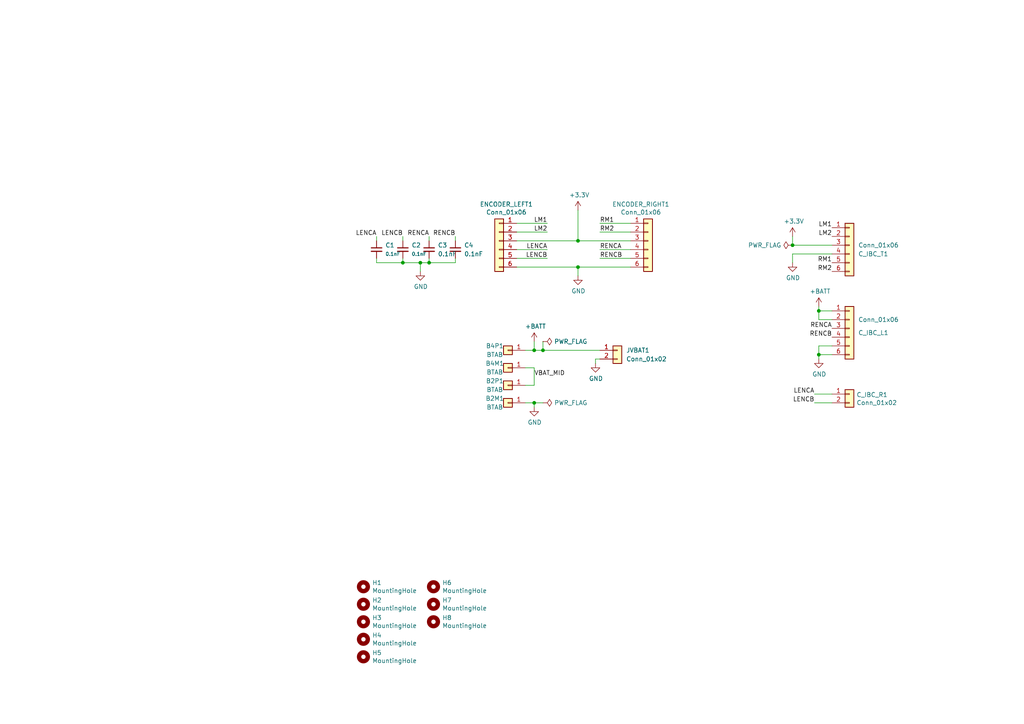
<source format=kicad_sch>
(kicad_sch (version 20250114) (generator "eeschema") (generator_version "9.0")
  (paper "A4")
  (lib_symbols
    (symbol "Connector_Generic:Conn_01x01" (pin_names (offset 1.016) (hide yes))
      (property "Reference" "J" (at 0 2.54 0))
      (property "Value" "Conn_01x01" (at 0 -2.54 0))
      (symbol "Conn_01x01_1_1"
        (rectangle (start -1.27 1.27) (end 1.27 -1.27) (stroke (width 0.254)) (fill (type background)))
        (rectangle (start -1.27 0.127) (end 0 -0.127) (stroke (width 0.1524)))
        (pin passive line (at -5.08 0 0) (length 3.81) (name "Pin_1") (number "1"))
      )
    )
    (symbol "Connector_Generic:Conn_01x02" (pin_names (offset 1.016) (hide yes))
      (property "Reference" "J" (at 0 2.54 0))
      (property "Value" "Conn_01x02" (at 0 -5.08 0))
      (symbol "Conn_01x02_1_1"
        (rectangle (start -1.27 1.27) (end 1.27 -3.81) (stroke (width 0.254)) (fill (type background)))
        (rectangle (start -1.27 0.127) (end 0 -0.127) (stroke (width 0.1524)))
        (rectangle (start -1.27 -2.413) (end 0 -2.667) (stroke (width 0.1524)))
        (pin passive line (at -5.08 0 0) (length 3.81) (name "Pin_1") (number "1"))
        (pin passive line (at -5.08 -2.54 0) (length 3.81) (name "Pin_2") (number "2"))
      )
    )
    (symbol "Connector_Generic:Conn_01x06" (pin_names (offset 1.016) (hide yes))
      (property "Reference" "J" (at 0 7.62 0))
      (property "Value" "Conn_01x06" (at 0 -10.16 0))
      (symbol "Conn_01x06_1_1"
        (rectangle (start -1.27 6.35) (end 1.27 -8.89) (stroke (width 0.254)) (fill (type background)))
        (rectangle (start -1.27 5.207) (end 0 4.953) (stroke (width 0.1524)))
        (rectangle (start -1.27 2.667) (end 0 2.413) (stroke (width 0.1524)))
        (rectangle (start -1.27 0.127) (end 0 -0.127) (stroke (width 0.1524)))
        (rectangle (start -1.27 -2.413) (end 0 -2.667) (stroke (width 0.1524)))
        (rectangle (start -1.27 -4.953) (end 0 -5.207) (stroke (width 0.1524)))
        (rectangle (start -1.27 -7.493) (end 0 -7.747) (stroke (width 0.1524)))
        (pin passive line (at -5.08 5.08 0) (length 3.81) (name "Pin_1") (number "1"))
        (pin passive line (at -5.08 2.54 0) (length 3.81) (name "Pin_2") (number "2"))
        (pin passive line (at -5.08 0 0) (length 3.81) (name "Pin_3") (number "3"))
        (pin passive line (at -5.08 -2.54 0) (length 3.81) (name "Pin_4") (number "4"))
        (pin passive line (at -5.08 -5.08 0) (length 3.81) (name "Pin_5") (number "5"))
        (pin passive line (at -5.08 -7.62 0) (length 3.81) (name "Pin_6") (number "6"))
      )
    )
    (symbol "Device:C_Small" (pin_numbers (hide yes)) (pin_names (offset 0.254) (hide yes))
      (property "Reference" "C" (at 0.254 1.778 0))
      (property "Value" "C_Small" (at 0.254 -2.032 0))
      (symbol "C_Small_0_1"
        (polyline (pts (xy -1.524 0.508) (xy 1.524 0.508)) (stroke (width 0.3048)))
        (polyline (pts (xy -1.524 -0.508) (xy 1.524 -0.508)) (stroke (width 0.3302)))
      )
      (symbol "C_Small_1_1"
        (pin passive line (at 0 2.54 270) (length 2.032) (name "~") (number "1"))
        (pin passive line (at 0 -2.54 90) (length 2.032) (name "~") (number "2"))
      )
    )
    (symbol "Mechanical:MountingHole" (pin_names (offset 1.016))
      (property "Reference" "H" (at 0 5.08 0))
      (property "Value" "MountingHole" (at 0 3.175 0))
      (symbol "MountingHole_0_1"
        (circle (center 0 0) (radius 1.27) (stroke (width 1.27)))
      )
    )
    (symbol "power:+3.3V" (power) (pin_names (offset 0))
      (property "Value" "+3.3V" (at 0 3.556 0))
      (symbol "+3.3V_0_1"
        (polyline (pts (xy -0.762 1.27) (xy 0 2.54)))
        (polyline (pts (xy 0 2.54) (xy 0.762 1.27)))
        (polyline (pts (xy 0 0) (xy 0 2.54)))
      )
      (symbol "+3.3V_1_1"
        (pin power_in line (at 0 0 90) (length 0) (hide yes) (name "+3.3V") (number "1"))
      )
    )
    (symbol "power:+BATT" (power) (pin_names (offset 0))
      (property "Value" "+BATT" (at 0 3.556 0))
      (symbol "+BATT_0_1"
        (polyline (pts (xy -0.762 1.27) (xy 0 2.54)))
        (polyline (pts (xy 0 2.54) (xy 0.762 1.27)))
        (polyline (pts (xy 0 0) (xy 0 2.54)))
      )
      (symbol "+BATT_1_1"
        (pin power_in line (at 0 0 90) (length 0) (hide yes) (name "+BATT") (number "1"))
      )
    )
    (symbol "power:GND" (power) (pin_names (offset 0))
      (property "Value" "GND" (at 0 -3.81 0))
      (symbol "GND_0_1"
        (polyline (pts (xy 0 0) (xy 0 -1.27) (xy 1.27 -1.27) (xy 0 -2.54) (xy -1.27 -1.27) (xy 0 -1.27)))
      )
      (symbol "GND_1_1"
        (pin power_in line (at 0 0 270) (length 0) (hide yes) (name "GND") (number "1"))
      )
    )
    (symbol "power:PWR_FLAG" (power) (pin_numbers (hide yes)) (pin_names (offset 0) (hide yes))
      (property "Value" "PWR_FLAG" (at 0 3.81 0))
      (symbol "PWR_FLAG_0_0"
        (pin power_out line (at 0 0 90) (length 0) (name "pwr") (number "1"))
      )
      (symbol "PWR_FLAG_0_1"
        (polyline (pts (xy 0 0) (xy 0 1.27) (xy -1.016 1.905) (xy 0 2.54) (xy 1.016 1.905) (xy 0 1.27)))
      )
    )
  )
  (junction (at 124.46 76.2))
  (junction (at 237.49 102.87))
  (junction (at 154.94 101.6))
  (junction (at 167.64 77.47))
  (junction (at 237.49 90.17))
  (junction (at 229.87 71.12))
  (junction (at 167.64 69.85))
  (junction (at 157.48 101.6))
  (junction (at 154.94 116.84))
  (junction (at 116.84 76.2))
  (junction (at 121.92 76.2))
  (wire (pts (xy 173.99 64.77) (xy 182.88 64.77)))
  (wire (pts (xy 152.4 101.6) (xy 154.94 101.6)))
  (wire (pts (xy 116.84 68.58) (xy 116.84 69.85)))
  (wire (pts (xy 109.22 76.2) (xy 116.84 76.2)))
  (wire (pts (xy 132.08 74.93) (xy 132.08 76.2)))
  (wire (pts (xy 116.84 74.93) (xy 116.84 76.2)))
  (wire (pts (xy 236.22 116.84) (xy 241.3 116.84)))
  (wire (pts (xy 241.3 100.33) (xy 237.49 100.33)))
  (wire (pts (xy 173.99 74.93) (xy 182.88 74.93)))
  (wire (pts (xy 149.86 74.93) (xy 158.75 74.93)))
  (wire (pts (xy 154.94 116.84) (xy 157.48 116.84)))
  (wire (pts (xy 132.08 76.2) (xy 124.46 76.2)))
  (wire (pts (xy 241.3 114.3) (xy 236.22 114.3)))
  (wire (pts (xy 157.48 101.6) (xy 173.99 101.6)))
  (wire (pts (xy 149.86 67.31) (xy 158.75 67.31)))
  (wire (pts (xy 241.3 102.87) (xy 237.49 102.87)))
  (wire (pts (xy 154.94 116.84) (xy 154.94 118.11)))
  (wire (pts (xy 167.64 60.96) (xy 167.64 69.85)))
  (wire (pts (xy 149.86 77.47) (xy 167.64 77.47)))
  (wire (pts (xy 167.64 69.85) (xy 182.88 69.85)))
  (wire (pts (xy 157.48 99.06) (xy 157.48 101.6)))
  (wire (pts (xy 229.87 71.12) (xy 229.87 68.58)))
  (wire (pts (xy 124.46 76.2) (xy 121.92 76.2)))
  (wire (pts (xy 241.3 90.17) (xy 237.49 90.17)))
  (wire (pts (xy 157.48 101.6) (xy 154.94 101.6)))
  (wire (pts (xy 173.99 72.39) (xy 182.88 72.39)))
  (wire (pts (xy 149.86 72.39) (xy 158.75 72.39)))
  (wire (pts (xy 154.94 106.68) (xy 152.4 106.68)))
  (wire (pts (xy 172.72 104.14) (xy 173.99 104.14)))
  (wire (pts (xy 229.87 71.12) (xy 241.3 71.12)))
  (wire (pts (xy 237.49 90.17) (xy 237.49 92.71)))
  (wire (pts (xy 152.4 111.76) (xy 154.94 111.76)))
  (wire (pts (xy 132.08 68.58) (xy 132.08 69.85)))
  (wire (pts (xy 109.22 68.58) (xy 109.22 69.85)))
  (wire (pts (xy 152.4 116.84) (xy 154.94 116.84)))
  (wire (pts (xy 154.94 111.76) (xy 154.94 106.68)))
  (wire (pts (xy 173.99 67.31) (xy 182.88 67.31)))
  (wire (pts (xy 124.46 74.93) (xy 124.46 76.2)))
  (wire (pts (xy 149.86 64.77) (xy 158.75 64.77)))
  (wire (pts (xy 229.87 76.2) (xy 229.87 73.66)))
  (wire (pts (xy 149.86 69.85) (xy 167.64 69.85)))
  (wire (pts (xy 237.49 92.71) (xy 241.3 92.71)))
  (wire (pts (xy 237.49 88.9) (xy 237.49 90.17)))
  (wire (pts (xy 237.49 102.87) (xy 237.49 104.14)))
  (wire (pts (xy 154.94 101.6) (xy 154.94 99.06)))
  (wire (pts (xy 167.64 77.47) (xy 182.88 77.47)))
  (wire (pts (xy 109.22 74.93) (xy 109.22 76.2)))
  (wire (pts (xy 116.84 76.2) (xy 121.92 76.2)))
  (wire (pts (xy 121.92 76.2) (xy 121.92 78.74)))
  (wire (pts (xy 172.72 105.41) (xy 172.72 104.14)))
  (wire (pts (xy 124.46 68.58) (xy 124.46 69.85)))
  (wire (pts (xy 237.49 100.33) (xy 237.49 102.87)))
  (wire (pts (xy 229.87 73.66) (xy 241.3 73.66)))
  (wire (pts (xy 167.64 80.01) (xy 167.64 77.47)))
  (label "LM2" (at 241.3 68.58 180))
  (label "RM1" (at 173.99 64.77 0))
  (label "LENCA" (at 236.22 114.3 180))
  (label "RM1" (at 241.3 76.2 180))
  (label "RM2" (at 173.99 67.31 0))
  (label "LM1" (at 158.75 64.77 180))
  (label "RENCB" (at 173.99 74.93 0))
  (label "LM2" (at 158.75 67.31 180))
  (label "LENCB" (at 236.22 116.84 180))
  (label "RM2" (at 241.3 78.74 180))
  (label "LENCB" (at 116.84 68.58 180))
  (label "RENCA" (at 124.46 68.58 180))
  (label "VBAT_MID" (at 154.94 109.22 0))
  (label "LM1" (at 241.3 66.04 180))
  (label "LENCA" (at 158.75 72.39 180))
  (label "RENCB" (at 132.08 68.58 180))
  (label "LENCA" (at 109.22 68.58 180))
  (label "RENCA" (at 241.3 95.25 180))
  (label "RENCB" (at 241.3 97.79 180))
  (label "RENCA" (at 173.99 72.39 0))
  (label "LENCB" (at 158.75 74.93 180))
  (symbol (lib_id "Connector_Generic:Conn_01x06") (at 144.78 69.85 0) (mirror y) (unit 1)
    (property "Reference" "ENCODER_LEFT1" (at 146.8628 59.2582 0))
    (property "Value" "Conn_01x06" (at 146.8628 61.5696 0))
    (property "Footprint" "Connector_PinHeader_2.54mm:PinHeader_1x06_P2.54mm_Vertical" (effects (hide yes)))
  )
  (symbol (lib_id "Connector_Generic:Conn_01x06") (at 246.38 71.12 0) (unit 1)
    (property "Reference" "C_IBC_T1" (at 248.92 73.66 0) (effects (justify left)))
    (property "Value" "Conn_01x06" (at 248.92 71.12 0) (effects (justify left)))
    (property "Footprint" "Connector_PinHeader_2.54mm:PinHeader_1x06_P2.54mm_Vertical" (effects (hide yes)))
  )
  (symbol (lib_id "power:PWR_FLAG") (at 157.48 99.06 270) (unit 1)
    (property "Reference" "#FLG0101" (effects (hide yes)))
    (property "Value" "PWR_FLAG" (at 160.7312 99.06 90) (effects (justify left)))
  )
  (symbol (lib_id "power:PWR_FLAG") (at 157.48 116.84 270) (unit 1)
    (property "Reference" "#FLG0102" (effects (hide yes)))
    (property "Value" "PWR_FLAG" (at 160.7312 116.84 90) (effects (justify left)))
  )
  (symbol (lib_id "Connector_Generic:Conn_01x01") (at 147.32 111.76 0) (mirror y) (unit 1)
    (property "Reference" "B2P1" (at 143.51 110.49 0))
    (property "Value" "BTAB" (at 143.51 113.03 0))
    (property "Footprint" "teensy:romi_battery_tab" (effects (hide yes)))
  )
  (symbol (lib_id "Connector_Generic:Conn_01x01") (at 147.32 116.84 0) (mirror y) (unit 1)
    (property "Reference" "B2M1" (at 143.51 115.57 0))
    (property "Value" "BTAB" (at 143.51 118.11 0))
    (property "Footprint" "teensy:romi_battery_tab" (effects (hide yes)))
  )
  (symbol (lib_id "Connector_Generic:Conn_01x01") (at 147.32 101.6 0) (mirror y) (unit 1)
    (property "Reference" "B4P1" (at 143.51 100.33 0))
    (property "Value" "BTAB" (at 143.51 102.87 0))
    (property "Footprint" "teensy:romi_battery_tab" (effects (hide yes)))
  )
  (symbol (lib_id "Connector_Generic:Conn_01x01") (at 147.32 106.68 0) (mirror y) (unit 1)
    (property "Reference" "B4M1" (at 143.51 105.41 0))
    (property "Value" "BTAB" (at 143.51 107.95 0))
    (property "Footprint" "teensy:romi_battery_tab" (effects (hide yes)))
  )
  (symbol (lib_id "power:GND") (at 154.94 118.11 0) (unit 1)
    (property "Reference" "#PWR0105" (effects (hide yes)))
    (property "Value" "GND" (at 155.067 122.5042 0))
  )
  (symbol (lib_id "power:+BATT") (at 154.94 99.06 0) (unit 1)
    (property "Reference" "#PWR0106" (effects (hide yes)))
    (property "Value" "+BATT" (at 155.321 94.6658 0))
  )
  (symbol (lib_id "power:GND") (at 167.64 80.01 0) (unit 1)
    (property "Reference" "#PWR0107" (effects (hide yes)))
    (property "Value" "GND" (at 167.767 84.4042 0))
  )
  (symbol (lib_id "Connector_Generic:Conn_01x06") (at 187.96 69.85 0) (unit 1)
    (property "Reference" "ENCODER_RIGHT1" (at 185.8772 59.2582 0))
    (property "Value" "Conn_01x06" (at 185.8772 61.5696 0))
    (property "Footprint" "Connector_PinHeader_2.54mm:PinHeader_1x06_P2.54mm_Vertical" (effects (hide yes)))
  )
  (symbol (lib_id "power:+3.3V") (at 167.64 60.96 0) (unit 1)
    (property "Reference" "#PWR0101" (effects (hide yes)))
    (property "Value" "+3.3V" (at 168.021 56.5658 0))
  )
  (symbol (lib_id "Connector_Generic:Conn_01x06") (at 246.38 95.25 0) (unit 1)
    (property "Reference" "C_IBC_L1" (at 248.92 96.52 0) (effects (justify left)))
    (property "Value" "Conn_01x06" (at 248.92 92.71 0) (effects (justify left)))
    (property "Footprint" "Connector_PinHeader_2.54mm:PinHeader_1x06_P2.54mm_Vertical" (effects (hide yes)))
  )
  (symbol (lib_id "Connector_Generic:Conn_01x02") (at 246.38 114.3 0) (unit 1)
    (property "Reference" "C_IBC_R1" (at 248.412 114.5032 0) (effects (justify left)))
    (property "Value" "Conn_01x02" (at 248.412 116.8146 0) (effects (justify left)))
    (property "Footprint" "Connector_PinHeader_2.54mm:PinHeader_1x02_P2.54mm_Vertical" (effects (hide yes)))
  )
  (symbol (lib_id "power:GND") (at 237.49 104.14 0) (unit 1)
    (property "Reference" "#PWR0102" (effects (hide yes)))
    (property "Value" "GND" (at 237.617 108.5342 0))
  )
  (symbol (lib_id "power:+BATT") (at 237.49 88.9 0) (unit 1)
    (property "Reference" "#PWR0103" (effects (hide yes)))
    (property "Value" "+BATT" (at 237.871 84.5058 0))
  )
  (symbol (lib_id "power:+3.3V") (at 229.87 68.58 0) (unit 1)
    (property "Reference" "#PWR0104" (effects (hide yes)))
    (property "Value" "+3.3V" (at 230.251 64.1858 0))
  )
  (symbol (lib_id "power:GND") (at 229.87 76.2 0) (unit 1)
    (property "Reference" "#PWR0108" (effects (hide yes)))
    (property "Value" "GND" (at 229.997 80.5942 0))
  )
  (symbol (lib_id "power:PWR_FLAG") (at 229.87 71.12 90) (unit 1)
    (property "Reference" "#FLG0103" (effects (hide yes)))
    (property "Value" "PWR_FLAG" (at 226.6188 71.12 90) (effects (justify left)))
  )
  (symbol (lib_id "Mechanical:MountingHole") (at 105.41 170.18 0) (unit 1)
    (property "Reference" "H1" (at 107.95 169.0116 0) (effects (justify left)))
    (property "Value" "MountingHole" (at 107.95 171.323 0) (effects (justify left)))
    (property "Footprint" "MountingHole:MountingHole_2.5mm" (effects (hide yes)))
  )
  (symbol (lib_id "Mechanical:MountingHole") (at 105.41 175.26 0) (unit 1)
    (property "Reference" "H2" (at 107.95 174.0916 0) (effects (justify left)))
    (property "Value" "MountingHole" (at 107.95 176.403 0) (effects (justify left)))
    (property "Footprint" "MountingHole:MountingHole_2.5mm" (effects (hide yes)))
  )
  (symbol (lib_id "Mechanical:MountingHole") (at 105.41 180.34 0) (unit 1)
    (property "Reference" "H3" (at 107.95 179.1716 0) (effects (justify left)))
    (property "Value" "MountingHole" (at 107.95 181.483 0) (effects (justify left)))
    (property "Footprint" "MountingHole:MountingHole_2.5mm" (effects (hide yes)))
  )
  (symbol (lib_id "Mechanical:MountingHole") (at 105.41 185.42 0) (unit 1)
    (property "Reference" "H4" (at 107.95 184.2516 0) (effects (justify left)))
    (property "Value" "MountingHole" (at 107.95 186.563 0) (effects (justify left)))
    (property "Footprint" "MountingHole:MountingHole_2.5mm" (effects (hide yes)))
  )
  (symbol (lib_id "Mechanical:MountingHole") (at 105.41 190.5 0) (unit 1)
    (property "Reference" "H5" (at 107.95 189.3316 0) (effects (justify left)))
    (property "Value" "MountingHole" (at 107.95 191.643 0) (effects (justify left)))
    (property "Footprint" "MountingHole:MountingHole_2.5mm" (effects (hide yes)))
  )
  (symbol (lib_id "Mechanical:MountingHole") (at 125.73 170.18 0) (unit 1)
    (property "Reference" "H6" (at 128.27 169.0116 0) (effects (justify left)))
    (property "Value" "MountingHole" (at 128.27 171.323 0) (effects (justify left)))
    (property "Footprint" "MountingHole:MountingHole_2.5mm" (effects (hide yes)))
  )
  (symbol (lib_id "Mechanical:MountingHole") (at 125.73 175.26 0) (unit 1)
    (property "Reference" "H7" (at 128.27 174.0916 0) (effects (justify left)))
    (property "Value" "MountingHole" (at 128.27 176.403 0) (effects (justify left)))
    (property "Footprint" "MountingHole:MountingHole_6mm" (effects (hide yes)))
  )
  (symbol (lib_id "Mechanical:MountingHole") (at 125.73 180.34 0) (unit 1)
    (property "Reference" "H8" (at 128.27 179.1716 0) (effects (justify left)))
    (property "Value" "MountingHole" (at 128.27 181.483 0) (effects (justify left)))
    (property "Footprint" "MountingHole:MountingHole_6mm" (effects (hide yes)))
  )
  (symbol (lib_id "Device:C_Small") (at 116.84 72.39 0) (unit 1)
    (property "Reference" "C2" (at 119.38 71.1263 0) (effects (justify left)))
    (property "Value" "0.1nF" (at 119.38 73.6662 0) (effects (font (size 1 1)) (justify left)))
    (property "Footprint" "Capacitor_SMD:C_0805_2012Metric_Pad1.18x1.45mm_HandSolder" (effects (hide yes)))
  )
  (symbol (lib_id "power:GND") (at 121.92 78.74 0) (unit 1)
    (property "Reference" "#PWR02" (effects (hide yes)))
    (property "Value" "GND" (at 122.047 83.1342 0))
  )
  (symbol (lib_id "Device:C_Small") (at 109.22 72.39 0) (unit 1)
    (property "Reference" "C1" (at 111.76 71.1263 0) (effects (justify left)))
    (property "Value" "0.1nF" (at 111.76 73.6662 0) (effects (font (size 1 1)) (justify left)))
    (property "Footprint" "Capacitor_SMD:C_0805_2012Metric_Pad1.18x1.45mm_HandSolder" (effects (hide yes)))
  )
  (symbol (lib_id "Device:C_Small") (at 124.46 72.39 0) (unit 1)
    (property "Reference" "C3" (at 127 71.1263 0) (effects (justify left)))
    (property "Value" "0.1nF" (at 127 73.6663 0) (effects (justify left)))
    (property "Footprint" "Capacitor_SMD:C_0805_2012Metric_Pad1.18x1.45mm_HandSolder" (effects (hide yes)))
  )
  (symbol (lib_id "Connector_Generic:Conn_01x02") (at 179.07 101.6 0) (unit 1)
    (property "Reference" "JVBAT1" (at 181.61 101.6 0) (effects (justify left)))
    (property "Value" "Conn_01x02" (at 181.61 104.14 0) (effects (justify left)))
    (property "Footprint" "Connector_PinHeader_2.54mm:PinHeader_1x02_P2.54mm_Vertical" (effects (hide yes)))
  )
  (symbol (lib_id "Device:C_Small") (at 132.08 72.39 0) (unit 1)
    (property "Reference" "C4" (at 134.62 71.1263 0) (effects (justify left)))
    (property "Value" "0.1nF" (at 134.62 73.6663 0) (effects (justify left)))
    (property "Footprint" "Capacitor_SMD:C_0805_2012Metric_Pad1.18x1.45mm_HandSolder" (effects (hide yes)))
  )
  (symbol (lib_id "power:GND") (at 172.72 105.41 0) (unit 1)
    (property "Reference" "#PWR01" (effects (hide yes)))
    (property "Value" "GND" (at 172.847 109.8042 0))
  )
)
</source>
